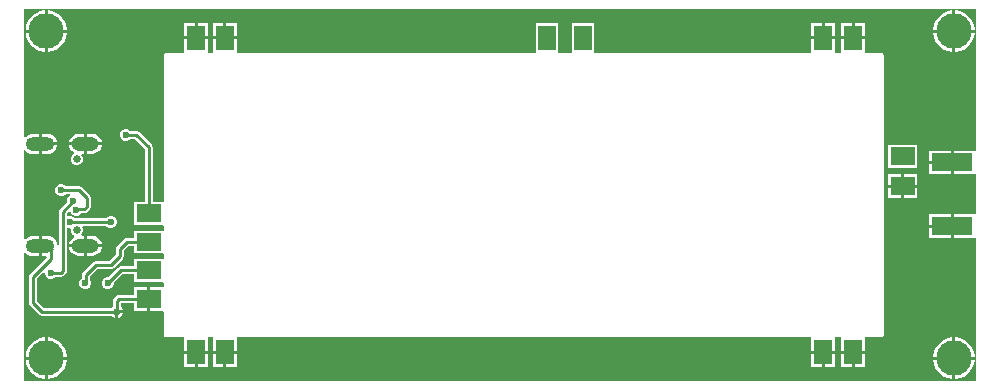
<source format=gbl>
G04*
G04 #@! TF.GenerationSoftware,Altium Limited,Altium Designer,22.11.1 (43)*
G04*
G04 Layer_Physical_Order=2*
G04 Layer_Color=16711680*
%FSLAX25Y25*%
%MOIN*%
G70*
G04*
G04 #@! TF.SameCoordinates,6F2D09EA-FD7B-4BD8-B8BB-3870161F1110*
G04*
G04*
G04 #@! TF.FilePolarity,Positive*
G04*
G01*
G75*
%ADD15C,0.01000*%
%ADD19R,0.13780X0.05906*%
%ADD39C,0.03251*%
%ADD40C,0.02362*%
%ADD41C,0.02480*%
%ADD42O,0.09118X0.04559*%
%ADD43O,0.09449X0.04724*%
%ADD44C,0.11811*%
%ADD45R,0.07874X0.05906*%
%ADD46R,0.05906X0.07874*%
G36*
X318500Y77167D02*
X318390Y76713D01*
X318000Y76713D01*
X311000D01*
Y72760D01*
Y68807D01*
X318000D01*
X318390Y68807D01*
X318500Y68353D01*
Y55907D01*
X318390Y55453D01*
X318000Y55453D01*
X311000D01*
Y51500D01*
Y47547D01*
X318000D01*
X318390Y47547D01*
X318500Y47093D01*
Y0D01*
X1000D01*
Y42725D01*
X1500Y42895D01*
X1740Y42582D01*
X2442Y42044D01*
X3260Y41705D01*
X4138Y41589D01*
X6000D01*
Y44980D01*
Y48371D01*
X4138D01*
X3260Y48256D01*
X2442Y47917D01*
X1740Y47378D01*
X1500Y47066D01*
X1000Y47235D01*
Y76741D01*
X1500Y76911D01*
X1740Y76598D01*
X2442Y76059D01*
X3260Y75720D01*
X4138Y75605D01*
X6000D01*
Y78996D01*
Y82387D01*
X4138D01*
X3260Y82272D01*
X2442Y81933D01*
X1740Y81394D01*
X1500Y81081D01*
X1000Y81251D01*
Y124000D01*
X318500D01*
Y77167D01*
D02*
G37*
%LPC*%
G36*
X311680Y123406D02*
X311500D01*
Y117000D01*
X317905D01*
Y117180D01*
X317640Y118514D01*
X317120Y119771D01*
X316364Y120902D01*
X315402Y121864D01*
X314271Y122620D01*
X313014Y123140D01*
X311680Y123406D01*
D02*
G37*
G36*
X310500D02*
X310320D01*
X308986Y123140D01*
X307729Y122620D01*
X306598Y121864D01*
X305636Y120902D01*
X304880Y119771D01*
X304360Y118514D01*
X304095Y117180D01*
Y117000D01*
X310500D01*
Y123406D01*
D02*
G37*
G36*
X9180D02*
X9000D01*
Y117000D01*
X15405D01*
Y117180D01*
X15140Y118514D01*
X14620Y119771D01*
X13864Y120902D01*
X12902Y121864D01*
X11771Y122620D01*
X10514Y123140D01*
X9180Y123406D01*
D02*
G37*
G36*
X8000D02*
X7820D01*
X6486Y123140D01*
X5229Y122620D01*
X4098Y121864D01*
X3136Y120902D01*
X2380Y119771D01*
X1860Y118514D01*
X1595Y117180D01*
Y117000D01*
X8000D01*
Y123406D01*
D02*
G37*
G36*
X281388Y119290D02*
X277936D01*
Y114853D01*
X281388D01*
Y119290D01*
D02*
G37*
G36*
X271389D02*
X267936D01*
Y114853D01*
X271389D01*
Y119290D01*
D02*
G37*
G36*
X71929D02*
X68476D01*
Y114853D01*
X71929D01*
Y119290D01*
D02*
G37*
G36*
X62441D02*
X58988D01*
Y114853D01*
X62441D01*
Y119290D01*
D02*
G37*
G36*
X67476D02*
X64024D01*
Y114853D01*
X67476D01*
Y119290D01*
D02*
G37*
G36*
X57988D02*
X54535D01*
Y114853D01*
X57988D01*
Y119290D01*
D02*
G37*
G36*
X266936D02*
X263483D01*
Y114853D01*
X266936D01*
Y119290D01*
D02*
G37*
G36*
X276936D02*
X273483D01*
Y114853D01*
X276936D01*
Y119290D01*
D02*
G37*
G36*
X317905Y116000D02*
X311500D01*
Y109595D01*
X311680D01*
X313014Y109860D01*
X314271Y110380D01*
X315402Y111136D01*
X316364Y112098D01*
X317120Y113229D01*
X317640Y114486D01*
X317905Y115820D01*
Y116000D01*
D02*
G37*
G36*
X310500D02*
X304095D01*
Y115820D01*
X304360Y114486D01*
X304880Y113229D01*
X305636Y112098D01*
X306598Y111136D01*
X307729Y110380D01*
X308986Y109860D01*
X310320Y109595D01*
X310500D01*
Y116000D01*
D02*
G37*
G36*
X15405D02*
X9000D01*
Y109595D01*
X9180D01*
X10514Y109860D01*
X11771Y110380D01*
X12902Y111136D01*
X13864Y112098D01*
X14620Y113229D01*
X15140Y114486D01*
X15405Y115820D01*
Y116000D01*
D02*
G37*
G36*
X8000D02*
X1595D01*
Y115820D01*
X1860Y114486D01*
X2380Y113229D01*
X3136Y112098D01*
X4098Y111136D01*
X5229Y110380D01*
X6486Y109860D01*
X7820Y109595D01*
X8000D01*
Y116000D01*
D02*
G37*
G36*
X191176Y119077D02*
X183696D01*
Y109655D01*
X183696Y109628D01*
X183630Y109155D01*
X179242D01*
X179176Y109628D01*
X179176Y109655D01*
Y119077D01*
X171696D01*
Y109655D01*
X171696Y109628D01*
X171630Y109155D01*
X72321D01*
X71929Y109416D01*
X71929Y109655D01*
Y113853D01*
X67976D01*
X64024D01*
Y109655D01*
X64023Y109416D01*
X63631Y109155D01*
X62833D01*
X62441Y109416D01*
X62441Y109655D01*
Y113853D01*
X58488D01*
X54535D01*
Y109655D01*
X54535Y109416D01*
X54143Y109155D01*
X48436D01*
X48129Y109094D01*
X47868Y108920D01*
X47694Y108660D01*
X47633Y108353D01*
Y59882D01*
X47308Y59517D01*
X47133Y59517D01*
X43963D01*
Y77850D01*
X43863Y78352D01*
X43578Y78778D01*
X39428Y82928D01*
X39002Y83213D01*
X38500Y83313D01*
X36471D01*
X36115Y83669D01*
X35392Y83969D01*
X34608D01*
X33885Y83669D01*
X33331Y83115D01*
X33031Y82392D01*
Y81608D01*
X33331Y80885D01*
X33885Y80331D01*
X34608Y80032D01*
X35392D01*
X36115Y80331D01*
X36471Y80687D01*
X37956D01*
X41338Y77306D01*
Y59517D01*
X37859D01*
Y52036D01*
X47133D01*
X47308Y52036D01*
X47633Y51671D01*
Y50394D01*
X47308Y50029D01*
X47133Y50029D01*
X37859D01*
Y47601D01*
X35288D01*
X34786Y47501D01*
X34360Y47216D01*
X32072Y44928D01*
X31787Y44502D01*
X31687Y44000D01*
Y42044D01*
X29456Y39813D01*
X25000D01*
X24498Y39713D01*
X24072Y39428D01*
X20753Y36109D01*
X20468Y35683D01*
X20369Y35181D01*
Y34152D01*
X19831Y33615D01*
X19532Y32892D01*
Y32108D01*
X19831Y31385D01*
X20385Y30831D01*
X21108Y30531D01*
X21892D01*
X22615Y30831D01*
X23169Y31385D01*
X23469Y32108D01*
Y32892D01*
X23169Y33615D01*
X22994Y33790D01*
Y34637D01*
X25544Y37187D01*
X30000D01*
X30502Y37287D01*
X30928Y37572D01*
X33928Y40572D01*
X34213Y40998D01*
X34313Y41500D01*
Y43456D01*
X35832Y44976D01*
X37859D01*
Y42548D01*
X47133D01*
X47308Y42548D01*
X47633Y42183D01*
Y40906D01*
X47308Y40540D01*
X47133Y40540D01*
X37859D01*
Y38113D01*
X33300D01*
X32798Y38013D01*
X32372Y37728D01*
X29112Y34468D01*
X28608D01*
X27885Y34169D01*
X27331Y33615D01*
X27031Y32892D01*
Y32108D01*
X27331Y31385D01*
X27885Y30831D01*
X28608Y30531D01*
X29392D01*
X30115Y30831D01*
X30669Y31385D01*
X30968Y32108D01*
Y32612D01*
X33844Y35488D01*
X37859D01*
Y33060D01*
X47133D01*
X47308Y33060D01*
X47633Y32695D01*
Y31718D01*
X47520Y31265D01*
X47133Y31265D01*
X43083D01*
Y27312D01*
Y23359D01*
X47133D01*
X47520Y23359D01*
X47633Y22906D01*
Y15353D01*
X47694Y15045D01*
X47868Y14785D01*
X48129Y14611D01*
X48436Y14550D01*
X54106D01*
X54559Y14437D01*
X54559Y14050D01*
Y10000D01*
X58512D01*
X62465D01*
Y14050D01*
X62465Y14437D01*
X62918Y14550D01*
X63594D01*
X64047Y14437D01*
X64047Y14050D01*
Y10000D01*
X68000D01*
X71953D01*
Y14050D01*
X71953Y14437D01*
X72406Y14550D01*
X263106D01*
X263559Y14437D01*
X263559Y14050D01*
Y10000D01*
X267512D01*
X271465D01*
Y14050D01*
X271465Y14437D01*
X271918Y14550D01*
X273030D01*
X273483Y14437D01*
X273483Y14050D01*
Y10000D01*
X277436D01*
X281388D01*
Y14050D01*
X281388Y14437D01*
X281842Y14550D01*
X286936D01*
X287243Y14611D01*
X287503Y14785D01*
X287677Y15045D01*
X287738Y15353D01*
Y108353D01*
X287677Y108660D01*
X287503Y108920D01*
X287243Y109094D01*
X286936Y109155D01*
X281781D01*
X281388Y109416D01*
X281388Y109655D01*
Y113853D01*
X277436D01*
Y114353D01*
D01*
Y113853D01*
X273483D01*
Y109655D01*
X273483Y109416D01*
X273091Y109155D01*
X271781D01*
X271389Y109416D01*
X271389Y109655D01*
Y113853D01*
X267436D01*
X263483D01*
Y109655D01*
X263483Y109416D01*
X263091Y109155D01*
X191242D01*
X191176Y109628D01*
X191176Y109655D01*
Y119077D01*
D02*
G37*
G36*
X23839Y82304D02*
X22059D01*
Y79496D01*
X27081D01*
X27034Y79852D01*
X26703Y80650D01*
X26178Y81335D01*
X25493Y81861D01*
X24695Y82191D01*
X23839Y82304D01*
D02*
G37*
G36*
X21059D02*
X19279D01*
X18423Y82191D01*
X17626Y81861D01*
X16940Y81335D01*
X16415Y80650D01*
X16084Y79852D01*
X16037Y79496D01*
X21059D01*
Y82304D01*
D02*
G37*
G36*
X8862Y82387D02*
X7000D01*
Y79496D01*
X12188D01*
X12138Y79874D01*
X11799Y80692D01*
X11260Y81394D01*
X10558Y81933D01*
X9740Y82272D01*
X8862Y82387D01*
D02*
G37*
G36*
X27081Y78496D02*
X22059D01*
Y75688D01*
X23839D01*
X24695Y75801D01*
X25493Y76131D01*
X26178Y76657D01*
X26703Y77342D01*
X27034Y78140D01*
X27081Y78496D01*
D02*
G37*
G36*
X12188D02*
X7000D01*
Y75605D01*
X8862D01*
X9740Y75720D01*
X10558Y76059D01*
X11260Y76598D01*
X11799Y77301D01*
X12138Y78118D01*
X12188Y78496D01*
D02*
G37*
G36*
X310000Y76713D02*
X302610D01*
Y73260D01*
X310000D01*
Y76713D01*
D02*
G37*
G36*
X21059Y78496D02*
X16037D01*
X16084Y78140D01*
X16415Y77342D01*
X16940Y76657D01*
X17626Y76131D01*
X17678Y76110D01*
Y75568D01*
X17556Y75518D01*
X16986Y74948D01*
X16677Y74203D01*
Y73396D01*
X16986Y72651D01*
X17556Y72080D01*
X18301Y71772D01*
X19108D01*
X19853Y72080D01*
X20424Y72651D01*
X20732Y73396D01*
Y74203D01*
X20424Y74948D01*
X20183Y75188D01*
X20390Y75688D01*
X21059D01*
Y78496D01*
D02*
G37*
G36*
X298657Y78508D02*
X289208D01*
Y71028D01*
X298657D01*
Y78508D01*
D02*
G37*
G36*
X310000Y72260D02*
X302610D01*
Y68807D01*
X310000D01*
Y72260D01*
D02*
G37*
G36*
X298870Y68758D02*
X294433D01*
Y65305D01*
X298870D01*
Y68758D01*
D02*
G37*
G36*
X293433D02*
X288996D01*
Y65305D01*
X293433D01*
Y68758D01*
D02*
G37*
G36*
X298870Y64305D02*
X294433D01*
Y60852D01*
X298870D01*
Y64305D01*
D02*
G37*
G36*
X293433D02*
X288996D01*
Y60852D01*
X293433D01*
Y64305D01*
D02*
G37*
G36*
X13892Y65469D02*
X13108D01*
X12385Y65169D01*
X11831Y64615D01*
X11531Y63892D01*
Y63108D01*
X11831Y62385D01*
X12385Y61831D01*
X13108Y61532D01*
X13892D01*
X14615Y61831D01*
X14971Y62187D01*
X16330D01*
X16430Y61687D01*
X16385Y61669D01*
X15831Y61115D01*
X15531Y60392D01*
Y59671D01*
X13103Y57243D01*
X12819Y56817D01*
X12719Y56315D01*
Y45276D01*
X12219Y45243D01*
X12138Y45858D01*
X11799Y46676D01*
X11260Y47378D01*
X10558Y47917D01*
X9740Y48256D01*
X8862Y48371D01*
X7000D01*
Y44980D01*
Y41589D01*
X8526D01*
X8733Y41089D01*
X3072Y35428D01*
X2787Y35002D01*
X2687Y34500D01*
Y26000D01*
X2787Y25498D01*
X3072Y25072D01*
X6072Y22072D01*
X6498Y21787D01*
X7000Y21687D01*
X30228D01*
X30764Y21151D01*
X31500Y20846D01*
Y23000D01*
X32000D01*
Y23500D01*
X34154D01*
X33849Y24236D01*
X33313Y24772D01*
Y26000D01*
X37646D01*
Y23359D01*
X42083D01*
Y27312D01*
Y31265D01*
X37646D01*
Y28625D01*
X32586D01*
X32083Y28525D01*
X31658Y28240D01*
X31072Y27654D01*
X30787Y27229D01*
X30687Y26726D01*
Y24772D01*
X30228Y24313D01*
X7544D01*
X5313Y26544D01*
Y33956D01*
X7531Y36175D01*
X8032Y35968D01*
Y35608D01*
X8331Y34885D01*
X8885Y34331D01*
X9608Y34032D01*
X10392D01*
X11115Y34331D01*
X11471Y34687D01*
X13446D01*
X13948Y34787D01*
X14374Y35072D01*
X14960Y35658D01*
X15244Y36083D01*
X15344Y36586D01*
Y50807D01*
X15844Y51141D01*
X16108Y51032D01*
X16414D01*
X16692Y50616D01*
X16677Y50581D01*
Y49774D01*
X16986Y49029D01*
X17556Y48458D01*
X17678Y48408D01*
Y47867D01*
X17626Y47845D01*
X16940Y47319D01*
X16415Y46634D01*
X16084Y45836D01*
X16037Y45480D01*
X21059D01*
Y48288D01*
X20390D01*
X20183Y48788D01*
X20424Y49029D01*
X20732Y49774D01*
Y50581D01*
X20481Y51187D01*
X20715Y51687D01*
X28529D01*
X28885Y51331D01*
X29608Y51032D01*
X30392D01*
X31115Y51331D01*
X31669Y51885D01*
X31969Y52608D01*
Y53392D01*
X31669Y54115D01*
X31115Y54669D01*
X30392Y54969D01*
X29608D01*
X28885Y54669D01*
X28529Y54313D01*
X17971D01*
X17615Y54669D01*
X16892Y54969D01*
X16108D01*
X15844Y54859D01*
X15344Y55193D01*
Y55771D01*
X16070Y56496D01*
X16636Y56356D01*
X16831Y55885D01*
X17385Y55331D01*
X18108Y55032D01*
X18892D01*
X19615Y55331D01*
X20152Y55869D01*
X21181D01*
X21683Y55968D01*
X22109Y56253D01*
X22928Y57072D01*
X23213Y57498D01*
X23313Y58000D01*
Y61000D01*
X23213Y61502D01*
X22928Y61928D01*
X20428Y64428D01*
X20002Y64713D01*
X19500Y64813D01*
X14971D01*
X14615Y65169D01*
X13892Y65469D01*
D02*
G37*
G36*
X310000Y55453D02*
X302610D01*
Y52000D01*
X310000D01*
Y55453D01*
D02*
G37*
G36*
Y51000D02*
X302610D01*
Y47547D01*
X310000D01*
Y51000D01*
D02*
G37*
G36*
X23839Y48288D02*
X22059D01*
Y45480D01*
X27081D01*
X27034Y45836D01*
X26703Y46634D01*
X26178Y47319D01*
X25493Y47845D01*
X24695Y48175D01*
X23839Y48288D01*
D02*
G37*
G36*
X27081Y44480D02*
X22059D01*
Y41673D01*
X23839D01*
X24695Y41785D01*
X25493Y42116D01*
X26178Y42641D01*
X26703Y43326D01*
X27034Y44124D01*
X27081Y44480D01*
D02*
G37*
G36*
X21059D02*
X16037D01*
X16084Y44124D01*
X16415Y43326D01*
X16940Y42641D01*
X17626Y42116D01*
X18423Y41785D01*
X19279Y41673D01*
X21059D01*
Y44480D01*
D02*
G37*
G36*
X34154Y22500D02*
X32500D01*
Y20846D01*
X33235Y21151D01*
X33849Y21765D01*
X34154Y22500D01*
D02*
G37*
G36*
X311680Y14405D02*
X311500D01*
Y8000D01*
X317905D01*
Y8180D01*
X317640Y9514D01*
X317120Y10771D01*
X316364Y11902D01*
X315402Y12864D01*
X314271Y13620D01*
X313014Y14140D01*
X311680Y14405D01*
D02*
G37*
G36*
X310500D02*
X310320D01*
X308986Y14140D01*
X307729Y13620D01*
X306598Y12864D01*
X305636Y11902D01*
X304880Y10771D01*
X304360Y9514D01*
X304095Y8180D01*
Y8000D01*
X310500D01*
Y14405D01*
D02*
G37*
G36*
X9180D02*
X9000D01*
Y8000D01*
X15405D01*
Y8180D01*
X15140Y9514D01*
X14620Y10771D01*
X13864Y11902D01*
X12902Y12864D01*
X11771Y13620D01*
X10514Y14140D01*
X9180Y14405D01*
D02*
G37*
G36*
X8000D02*
X7820D01*
X6486Y14140D01*
X5229Y13620D01*
X4098Y12864D01*
X3136Y11902D01*
X2380Y10771D01*
X1860Y9514D01*
X1595Y8180D01*
Y8000D01*
X8000D01*
Y14405D01*
D02*
G37*
G36*
X281388Y9000D02*
X277936D01*
Y4563D01*
X281388D01*
Y9000D01*
D02*
G37*
G36*
X276936D02*
X273483D01*
Y4563D01*
X276936D01*
Y9000D01*
D02*
G37*
G36*
X271465Y9000D02*
X268012D01*
Y4563D01*
X271465D01*
Y9000D01*
D02*
G37*
G36*
X267012D02*
X263559D01*
Y4563D01*
X267012D01*
Y9000D01*
D02*
G37*
G36*
X71953Y9000D02*
X68500D01*
Y4563D01*
X71953D01*
Y9000D01*
D02*
G37*
G36*
X67500D02*
X64047D01*
Y4563D01*
X67500D01*
Y9000D01*
D02*
G37*
G36*
X62465D02*
X59012D01*
Y4563D01*
X62465D01*
Y9000D01*
D02*
G37*
G36*
X58012D02*
X54559D01*
Y4563D01*
X58012D01*
Y9000D01*
D02*
G37*
G36*
X317905Y7000D02*
X311500D01*
Y594D01*
X311680D01*
X313014Y860D01*
X314271Y1380D01*
X315402Y2136D01*
X316364Y3098D01*
X317120Y4229D01*
X317640Y5486D01*
X317905Y6820D01*
Y7000D01*
D02*
G37*
G36*
X310500D02*
X304095D01*
Y6820D01*
X304360Y5486D01*
X304880Y4229D01*
X305636Y3098D01*
X306598Y2136D01*
X307729Y1380D01*
X308986Y860D01*
X310320Y594D01*
X310500D01*
Y7000D01*
D02*
G37*
G36*
X15405D02*
X9000D01*
Y594D01*
X9180D01*
X10514Y860D01*
X11771Y1380D01*
X12902Y2136D01*
X13864Y3098D01*
X14620Y4229D01*
X15140Y5486D01*
X15405Y6820D01*
Y7000D01*
D02*
G37*
G36*
X8000D02*
X1595D01*
Y6820D01*
X1860Y5486D01*
X2380Y4229D01*
X3136Y3098D01*
X4098Y2136D01*
X5229Y1380D01*
X6486Y860D01*
X7820Y594D01*
X8000D01*
Y7000D01*
D02*
G37*
%LPD*%
D15*
X32000Y23000D02*
Y26726D01*
X32586Y27312D01*
X42583D01*
X29000Y32500D02*
X33300Y36800D01*
X42583D01*
X35288Y46288D02*
X42583D01*
X33000Y44000D02*
X35288Y46288D01*
X16500Y53000D02*
X30000D01*
X14031Y56315D02*
X17500Y59783D01*
X14031Y36586D02*
Y56315D01*
X10000Y36000D02*
X13446D01*
X14031Y36586D01*
X35000Y82000D02*
X38500D01*
X42650Y54509D02*
Y77850D01*
X38500Y82000D02*
X42650Y77850D01*
X18500Y57000D02*
X18681Y57181D01*
X21181D01*
X22000Y58000D01*
Y61000D01*
X17500Y59783D02*
Y60000D01*
X4000Y26000D02*
Y34500D01*
X10200Y43712D02*
X10465Y43976D01*
X10200Y40700D02*
Y43712D01*
X4000Y34500D02*
X10200Y40700D01*
X13500Y63500D02*
X19500D01*
X22000Y61000D01*
X4000Y26000D02*
X7000Y23000D01*
X32000D01*
X33000Y41500D02*
Y44000D01*
X30000Y38500D02*
X33000Y41500D01*
X21681Y35181D02*
X25000Y38500D01*
X30000D01*
X21500Y32500D02*
X21681Y32681D01*
Y35181D01*
D19*
X310500Y51500D02*
D03*
Y72760D02*
D03*
D39*
X293933Y74768D02*
X294000Y74701D01*
Y74500D02*
Y74701D01*
D40*
X18705Y50177D02*
D03*
X294000Y74500D02*
D03*
X30000Y53000D02*
D03*
X16500D02*
D03*
X18500Y57000D02*
D03*
X17500Y60000D02*
D03*
X10000Y36000D02*
D03*
X13500Y63500D02*
D03*
X35000Y82000D02*
D03*
X32000Y23000D02*
D03*
X21500Y32500D02*
D03*
X29000D02*
D03*
D41*
X18705Y50177D02*
D03*
Y73799D02*
D03*
D42*
X21559Y78996D02*
D03*
Y44980D02*
D03*
D43*
X6500Y78996D02*
D03*
Y44980D02*
D03*
D44*
X311000Y7500D02*
D03*
X8500D02*
D03*
X311000Y116500D02*
D03*
X8500D02*
D03*
D45*
X42583Y55777D02*
D03*
X293933Y74768D02*
D03*
Y64805D02*
D03*
X42583Y46288D02*
D03*
Y36800D02*
D03*
Y27312D02*
D03*
D46*
X187436Y114353D02*
D03*
X267512Y9500D02*
D03*
X277436D02*
D03*
X267436Y114353D02*
D03*
X277436D02*
D03*
X58512Y9500D02*
D03*
X68000D02*
D03*
X58488Y114353D02*
D03*
X175436D02*
D03*
X67976D02*
D03*
M02*

</source>
